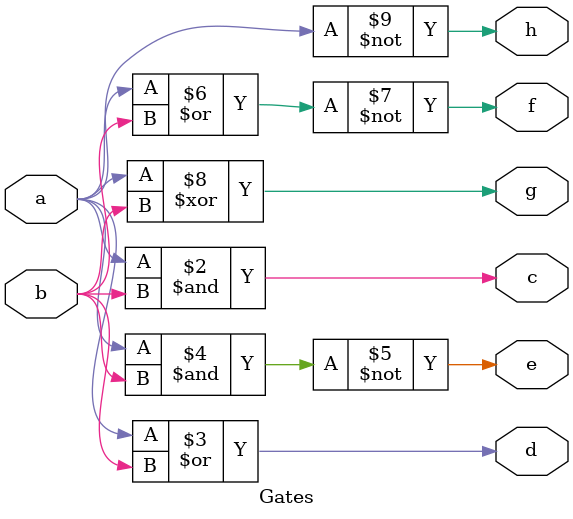
<source format=v>
`timescale 1ns / 1ps

module Gates(a, b, c, d, e, f, g, h);

input a, b;
output reg c, d, e, f, g, h;

always @(a or b)
  begin
       c = a & b;
       d = a | b;
       e = ~(a & b);
       f = ~(a | b); 
       g = a ^ b;
       h = ~a;
  end
endmodule

</source>
